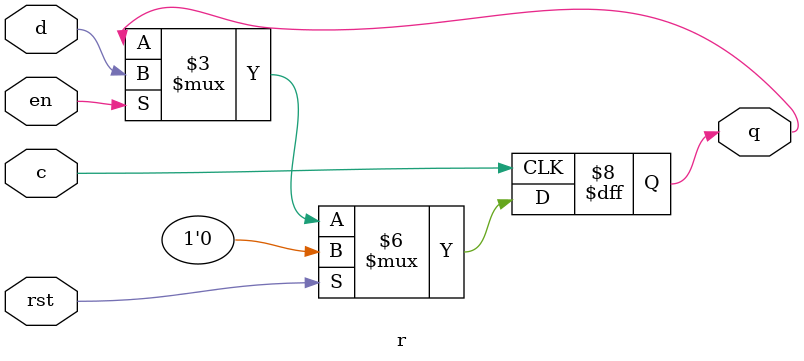
<source format=v>
`timescale 1ns/1ns
module r
#(parameter WIDTH=1,
  parameter INIT={WIDTH{1'b0}},
  parameter ASYNC_RESET=0)
(input c,
 input [WIDTH-1:0] d,
 input rst,
 input en,
 output reg [WIDTH-1:0] q);

initial q = INIT;

generate if (ASYNC_RESET)
  always @(posedge c or posedge rst) begin
    if (rst)
      q <= INIT;
    else if (en)
      q <= d;
  end
else
  always @(posedge c) begin
    if (rst)
      q <= INIT;
    else if (en)
      q <= d;
  end
endgenerate

endmodule

</source>
